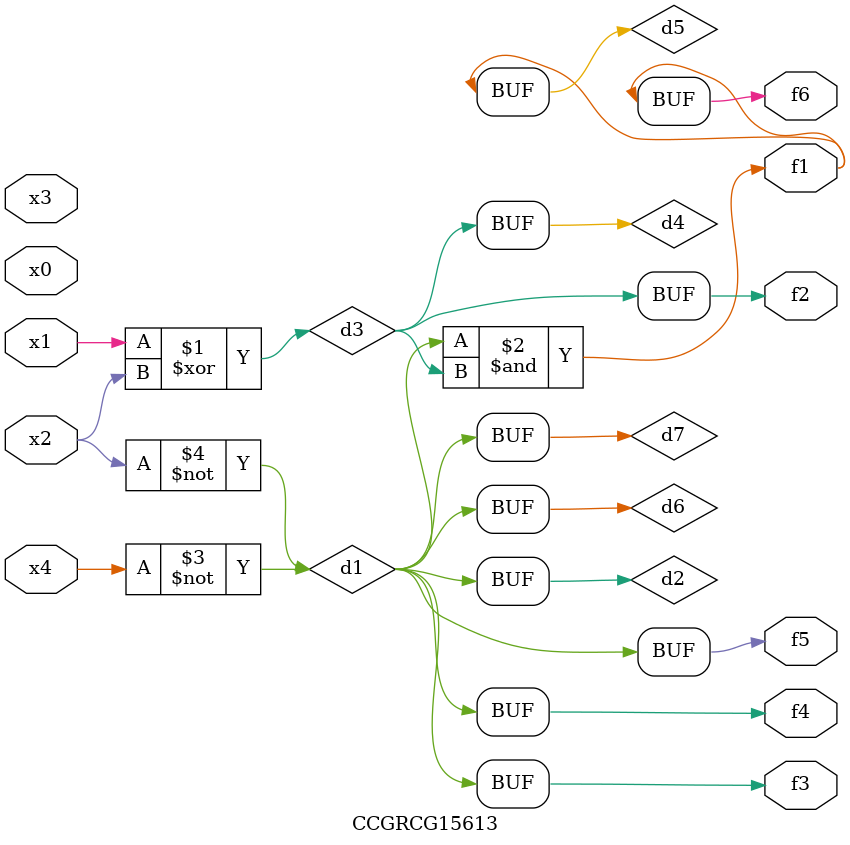
<source format=v>
module CCGRCG15613(
	input x0, x1, x2, x3, x4,
	output f1, f2, f3, f4, f5, f6
);

	wire d1, d2, d3, d4, d5, d6, d7;

	not (d1, x4);
	not (d2, x2);
	xor (d3, x1, x2);
	buf (d4, d3);
	and (d5, d1, d3);
	buf (d6, d1, d2);
	buf (d7, d2);
	assign f1 = d5;
	assign f2 = d4;
	assign f3 = d7;
	assign f4 = d7;
	assign f5 = d7;
	assign f6 = d5;
endmodule

</source>
